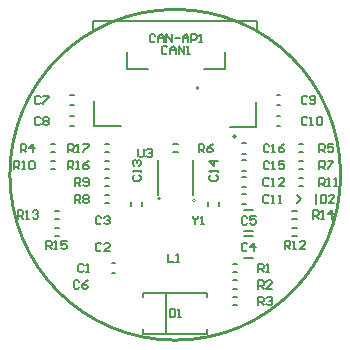
<source format=gto>
G04*
G04 #@! TF.GenerationSoftware,Altium Limited,Altium Designer,21.4.1 (30)*
G04*
G04 Layer_Color=65535*
%FSLAX44Y44*%
%MOMM*%
G71*
G04*
G04 #@! TF.SameCoordinates,0EC16A28-EB20-4FD1-AB31-7886020AAA26*
G04*
G04*
G04 #@! TF.FilePolarity,Positive*
G04*
G01*
G75*
%ADD10C,0.2000*%
%ADD11C,0.0000*%
%ADD12C,0.2540*%
%ADD13C,0.1270*%
%ADD14C,0.1500*%
D10*
X139738Y132510D02*
G03*
X139738Y132510I-1000J0D01*
G01*
X172250Y226000D02*
G03*
X172250Y226000I-1000J0D01*
G01*
X203857Y184930D02*
G03*
X203857Y184930I-1000J0D01*
G01*
X151000Y171500D02*
X155000D01*
X151000Y178500D02*
X155000D01*
X92830Y128500D02*
X96830D01*
X92830Y135500D02*
X96830D01*
X92830Y171500D02*
X96830D01*
X92830Y178500D02*
X96830D01*
X92830Y157167D02*
X96830D01*
X92830Y164166D02*
X96830D01*
X201200Y42220D02*
X205200D01*
X201200Y49220D02*
X205200D01*
X251800Y107500D02*
X255800D01*
X251800Y100500D02*
X255800D01*
X50500Y107500D02*
X54500D01*
X50500Y100500D02*
X54500D01*
X255875Y135625D02*
X259250Y132250D01*
X256000Y129000D02*
X259250Y132250D01*
X272000Y127750D02*
Y136000D01*
X257000Y142833D02*
X261000D01*
X257000Y149833D02*
X261000D01*
X47000Y157167D02*
X51000D01*
X47000Y164167D02*
X51000D01*
X47000Y171500D02*
X51000D01*
X47000Y178500D02*
X51000D01*
X92830Y149833D02*
X96830D01*
X92830Y142833D02*
X96830D01*
X257000Y157167D02*
X261000D01*
X257000Y164167D02*
X261000D01*
X257000Y178500D02*
X261000D01*
X257000Y171500D02*
X261000D01*
X251800Y115000D02*
X255800D01*
X251800Y122000D02*
X255800D01*
X50500Y115000D02*
X54500D01*
X50500Y122000D02*
X54500D01*
X201200Y77160D02*
X205200D01*
X201200Y70160D02*
X205200D01*
X201200Y56190D02*
X205200D01*
X201200Y63190D02*
X205200D01*
X222758Y42164D02*
Y49162D01*
X226257D01*
X227423Y47996D01*
Y45663D01*
X226257Y44497D01*
X222758D01*
X225091D02*
X227423Y42164D01*
X229756Y47996D02*
X230922Y49162D01*
X233255D01*
X234421Y47996D01*
Y46829D01*
X233255Y45663D01*
X232088D01*
X233255D01*
X234421Y44497D01*
Y43330D01*
X233255Y42164D01*
X230922D01*
X229756Y43330D01*
X167335Y117499D02*
Y116333D01*
X169667Y114000D01*
X172000Y116333D01*
Y117499D01*
X169667Y114000D02*
Y110501D01*
X174333D02*
X176665D01*
X175499D01*
Y117499D01*
X174333Y116333D01*
X121168Y174499D02*
Y168667D01*
X122335Y167501D01*
X124667D01*
X125834Y168667D01*
Y174499D01*
X128166Y173333D02*
X129333Y174499D01*
X131665D01*
X132831Y173333D01*
Y172166D01*
X131665Y171000D01*
X130499D01*
X131665D01*
X132831Y169834D01*
Y168667D01*
X131665Y167501D01*
X129333D01*
X128166Y168667D01*
X61838Y171448D02*
Y178446D01*
X65337D01*
X66503Y177279D01*
Y174947D01*
X65337Y173780D01*
X61838D01*
X64171D02*
X66503Y171448D01*
X68836D02*
X71168D01*
X70002D01*
Y178446D01*
X68836Y177279D01*
X74667Y178446D02*
X79332D01*
Y177279D01*
X74667Y172614D01*
Y171448D01*
X61736Y157145D02*
Y164142D01*
X65235D01*
X66401Y162976D01*
Y160644D01*
X65235Y159477D01*
X61736D01*
X64069D02*
X66401Y157145D01*
X68734D02*
X71066D01*
X69900D01*
Y164142D01*
X68734Y162976D01*
X79230Y164142D02*
X76898Y162976D01*
X74565Y160644D01*
Y158311D01*
X75732Y157145D01*
X78064D01*
X79230Y158311D01*
Y159477D01*
X78064Y160644D01*
X74565D01*
X43253Y89501D02*
Y96499D01*
X46752D01*
X47918Y95333D01*
Y93000D01*
X46752Y91834D01*
X43253D01*
X45585D02*
X47918Y89501D01*
X50251D02*
X52583D01*
X51417D01*
Y96499D01*
X50251Y95333D01*
X60747Y96499D02*
X56082D01*
Y93000D01*
X58415Y94166D01*
X59581D01*
X60747Y93000D01*
Y90667D01*
X59581Y89501D01*
X57248D01*
X56082Y90667D01*
X269253Y115501D02*
Y122499D01*
X272752D01*
X273918Y121333D01*
Y119000D01*
X272752Y117834D01*
X269253D01*
X271585D02*
X273918Y115501D01*
X276251D02*
X278583D01*
X277417D01*
Y122499D01*
X276251Y121333D01*
X285581Y115501D02*
Y122499D01*
X282082Y119000D01*
X286747D01*
X19253Y115501D02*
Y122499D01*
X22752D01*
X23918Y121333D01*
Y119000D01*
X22752Y117834D01*
X19253D01*
X21585D02*
X23918Y115501D01*
X26251D02*
X28583D01*
X27417D01*
Y122499D01*
X26251Y121333D01*
X32082D02*
X33248Y122499D01*
X35581D01*
X36747Y121333D01*
Y120166D01*
X35581Y119000D01*
X34415D01*
X35581D01*
X36747Y117834D01*
Y116667D01*
X35581Y115501D01*
X33248D01*
X32082Y116667D01*
X245253Y89501D02*
Y96499D01*
X248752D01*
X249918Y95333D01*
Y93000D01*
X248752Y91834D01*
X245253D01*
X247585D02*
X249918Y89501D01*
X252251D02*
X254583D01*
X253417D01*
Y96499D01*
X252251Y95333D01*
X262747Y89501D02*
X258082D01*
X262747Y94166D01*
Y95333D01*
X261581Y96499D01*
X259248D01*
X258082Y95333D01*
X274419Y142834D02*
Y149832D01*
X277918D01*
X279084Y148666D01*
Y146333D01*
X277918Y145167D01*
X274419D01*
X276752D02*
X279084Y142834D01*
X281417D02*
X283749D01*
X282583D01*
Y149832D01*
X281417Y148666D01*
X287248Y142834D02*
X289581D01*
X288414D01*
Y149832D01*
X287248Y148666D01*
X16018Y157179D02*
Y164176D01*
X19517D01*
X20683Y163010D01*
Y160678D01*
X19517Y159511D01*
X16018D01*
X18351D02*
X20683Y157179D01*
X23016D02*
X25348D01*
X24182D01*
Y164176D01*
X23016Y163010D01*
X28847D02*
X30013Y164176D01*
X32346D01*
X33512Y163010D01*
Y158345D01*
X32346Y157179D01*
X30013D01*
X28847Y158345D01*
Y163010D01*
X67632Y142895D02*
Y149893D01*
X71131D01*
X72297Y148727D01*
Y146394D01*
X71131Y145228D01*
X67632D01*
X69965D02*
X72297Y142895D01*
X74630Y144061D02*
X75796Y142895D01*
X78129D01*
X79295Y144061D01*
Y148727D01*
X78129Y149893D01*
X75796D01*
X74630Y148727D01*
Y147560D01*
X75796Y146394D01*
X79295D01*
X67656Y128608D02*
Y135606D01*
X71155D01*
X72321Y134439D01*
Y132107D01*
X71155Y130941D01*
X67656D01*
X69989D02*
X72321Y128608D01*
X74654Y134439D02*
X75820Y135606D01*
X78153D01*
X79319Y134439D01*
Y133273D01*
X78153Y132107D01*
X79319Y130941D01*
Y129774D01*
X78153Y128608D01*
X75820D01*
X74654Y129774D01*
Y130941D01*
X75820Y132107D01*
X74654Y133273D01*
Y134439D01*
X75820Y132107D02*
X78153D01*
X274622Y157177D02*
Y164174D01*
X278121D01*
X279287Y163008D01*
Y160676D01*
X278121Y159509D01*
X274622D01*
X276955D02*
X279287Y157177D01*
X281620Y164174D02*
X286285D01*
Y163008D01*
X281620Y158343D01*
Y157177D01*
X172466Y171450D02*
Y178448D01*
X175965D01*
X177131Y177281D01*
Y174949D01*
X175965Y173783D01*
X172466D01*
X174799D02*
X177131Y171450D01*
X184129Y178448D02*
X181796Y177281D01*
X179464Y174949D01*
Y172616D01*
X180630Y171450D01*
X182963D01*
X184129Y172616D01*
Y173783D01*
X182963Y174949D01*
X179464D01*
X274622Y171496D02*
Y178494D01*
X278121D01*
X279287Y177327D01*
Y174995D01*
X278121Y173829D01*
X274622D01*
X276955D02*
X279287Y171496D01*
X286285Y178494D02*
X281620D01*
Y174995D01*
X283952Y176161D01*
X285119D01*
X286285Y174995D01*
Y172662D01*
X285119Y171496D01*
X282786D01*
X281620Y172662D01*
X21860Y171498D02*
Y178496D01*
X25359D01*
X26525Y177329D01*
Y174997D01*
X25359Y173831D01*
X21860D01*
X24193D02*
X26525Y171498D01*
X32357D02*
Y178496D01*
X28858Y174997D01*
X33523D01*
X222758Y56134D02*
Y63132D01*
X226257D01*
X227423Y61965D01*
Y59633D01*
X226257Y58467D01*
X222758D01*
X225091D02*
X227423Y56134D01*
X234421D02*
X229756D01*
X234421Y60799D01*
Y61965D01*
X233255Y63132D01*
X230922D01*
X229756Y61965D01*
X222758Y70104D02*
Y77102D01*
X226257D01*
X227423Y75936D01*
Y73603D01*
X226257Y72437D01*
X222758D01*
X225091D02*
X227423Y70104D01*
X229756D02*
X232088D01*
X230922D01*
Y77102D01*
X229756Y75936D01*
X146558Y85802D02*
Y78804D01*
X151223D01*
X153556D02*
X155888D01*
X154722D01*
Y85802D01*
X153556Y84635D01*
X275668Y135749D02*
Y128751D01*
X279167D01*
X280334Y129917D01*
Y134583D01*
X279167Y135749D01*
X275668D01*
X287331Y128751D02*
X282666D01*
X287331Y133416D01*
Y134583D01*
X286165Y135749D01*
X283832D01*
X282666Y134583D01*
X147828Y38812D02*
Y31814D01*
X151327D01*
X152493Y32980D01*
Y37645D01*
X151327Y38812D01*
X147828D01*
X154826Y31814D02*
X157158D01*
X155992D01*
Y38812D01*
X154826Y37645D01*
X135729Y270449D02*
X134563Y271616D01*
X132230D01*
X131064Y270449D01*
Y265784D01*
X132230Y264618D01*
X134563D01*
X135729Y265784D01*
X138062Y264618D02*
Y269283D01*
X140394Y271616D01*
X142727Y269283D01*
Y264618D01*
Y268117D01*
X138062D01*
X145059Y264618D02*
Y271616D01*
X149725Y264618D01*
Y271616D01*
X152057Y268117D02*
X156722D01*
X159055Y264618D02*
Y269283D01*
X161388Y271616D01*
X163720Y269283D01*
Y264618D01*
Y268117D01*
X159055D01*
X166053Y264618D02*
Y271616D01*
X169552D01*
X170718Y270449D01*
Y268117D01*
X169552Y266951D01*
X166053D01*
X173050Y264618D02*
X175383D01*
X174217D01*
Y271616D01*
X173050Y270449D01*
X146002Y260333D02*
X144836Y261499D01*
X142503D01*
X141337Y260333D01*
Y255667D01*
X142503Y254501D01*
X144836D01*
X146002Y255667D01*
X148335Y254501D02*
Y259166D01*
X150667Y261499D01*
X153000Y259166D01*
Y254501D01*
Y258000D01*
X148335D01*
X155333Y254501D02*
Y261499D01*
X159998Y254501D01*
Y261499D01*
X162330Y254501D02*
X164663D01*
X163497D01*
Y261499D01*
X162330Y260333D01*
X231995Y177263D02*
X230829Y178430D01*
X228496D01*
X227330Y177263D01*
Y172598D01*
X228496Y171432D01*
X230829D01*
X231995Y172598D01*
X234328Y171432D02*
X236660D01*
X235494D01*
Y178430D01*
X234328Y177263D01*
X244824Y178430D02*
X242492Y177263D01*
X240159Y174931D01*
Y172598D01*
X241325Y171432D01*
X243658D01*
X244824Y172598D01*
Y173764D01*
X243658Y174931D01*
X240159D01*
X231979Y162944D02*
X230813Y164110D01*
X228480D01*
X227314Y162944D01*
Y158279D01*
X228480Y157113D01*
X230813D01*
X231979Y158279D01*
X234312Y157113D02*
X236644D01*
X235478D01*
Y164110D01*
X234312Y162944D01*
X244808Y164110D02*
X240143D01*
Y160611D01*
X242476Y161778D01*
X243642D01*
X244808Y160611D01*
Y158279D01*
X243642Y157113D01*
X241310D01*
X240143Y158279D01*
X182637Y152239D02*
X181470Y151073D01*
Y148740D01*
X182637Y147574D01*
X187302D01*
X188468Y148740D01*
Y151073D01*
X187302Y152239D01*
X188468Y154572D02*
Y156904D01*
Y155738D01*
X181470D01*
X182637Y154572D01*
X188468Y163902D02*
X181470D01*
X184969Y160403D01*
Y165068D01*
X117612Y152239D02*
X116446Y151073D01*
Y148740D01*
X117612Y147574D01*
X122278D01*
X123444Y148740D01*
Y151073D01*
X122278Y152239D01*
X123444Y154572D02*
Y156904D01*
Y155738D01*
X116446D01*
X117612Y154572D01*
Y160403D02*
X116446Y161569D01*
Y163902D01*
X117612Y165068D01*
X118779D01*
X119945Y163902D01*
Y162736D01*
Y163902D01*
X121111Y165068D01*
X122278D01*
X123444Y163902D01*
Y161569D01*
X122278Y160403D01*
X231901Y148643D02*
X230735Y149809D01*
X228402D01*
X227236Y148643D01*
Y143978D01*
X228402Y142811D01*
X230735D01*
X231901Y143978D01*
X234234Y142811D02*
X236566D01*
X235400D01*
Y149809D01*
X234234Y148643D01*
X244730Y142811D02*
X240065D01*
X244730Y147477D01*
Y148643D01*
X243564Y149809D01*
X241231D01*
X240065Y148643D01*
X231917Y134388D02*
X230751Y135554D01*
X228418D01*
X227252Y134388D01*
Y129722D01*
X228418Y128556D01*
X230751D01*
X231917Y129722D01*
X234250Y128556D02*
X236582D01*
X235416D01*
Y135554D01*
X234250Y134388D01*
X240081Y128556D02*
X242414D01*
X241248D01*
Y135554D01*
X240081Y134388D01*
X264221Y200364D02*
X263055Y201530D01*
X260722D01*
X259556Y200364D01*
Y195698D01*
X260722Y194532D01*
X263055D01*
X264221Y195698D01*
X266554Y194532D02*
X268886D01*
X267720D01*
Y201530D01*
X266554Y200364D01*
X272385D02*
X273552Y201530D01*
X275884D01*
X277050Y200364D01*
Y195698D01*
X275884Y194532D01*
X273552D01*
X272385Y195698D01*
Y200364D01*
X264221Y218398D02*
X263055Y219564D01*
X260722D01*
X259556Y218398D01*
Y213732D01*
X260722Y212566D01*
X263055D01*
X264221Y213732D01*
X266554D02*
X267720Y212566D01*
X270053D01*
X271219Y213732D01*
Y218398D01*
X270053Y219564D01*
X267720D01*
X266554Y218398D01*
Y217231D01*
X267720Y216065D01*
X271219D01*
X38525Y200283D02*
X37359Y201450D01*
X35026D01*
X33860Y200283D01*
Y195618D01*
X35026Y194452D01*
X37359D01*
X38525Y195618D01*
X40858Y200283D02*
X42024Y201450D01*
X44357D01*
X45523Y200283D01*
Y199117D01*
X44357Y197951D01*
X45523Y196784D01*
Y195618D01*
X44357Y194452D01*
X42024D01*
X40858Y195618D01*
Y196784D01*
X42024Y197951D01*
X40858Y199117D01*
Y200283D01*
X42024Y197951D02*
X44357D01*
X38525Y218221D02*
X37359Y219388D01*
X35026D01*
X33860Y218221D01*
Y213556D01*
X35026Y212390D01*
X37359D01*
X38525Y213556D01*
X40858Y219388D02*
X45523D01*
Y218221D01*
X40858Y213556D01*
Y212390D01*
X71467Y61965D02*
X70301Y63132D01*
X67968D01*
X66802Y61965D01*
Y57300D01*
X67968Y56134D01*
X70301D01*
X71467Y57300D01*
X78465Y63132D02*
X76132Y61965D01*
X73800Y59633D01*
Y57300D01*
X74966Y56134D01*
X77299D01*
X78465Y57300D01*
Y58467D01*
X77299Y59633D01*
X73800D01*
X213695Y116267D02*
X212529Y117434D01*
X210196D01*
X209030Y116267D01*
Y111602D01*
X210196Y110436D01*
X212529D01*
X213695Y111602D01*
X220693Y117434D02*
X216028D01*
Y113935D01*
X218360Y115101D01*
X219527D01*
X220693Y113935D01*
Y111602D01*
X219527Y110436D01*
X217194D01*
X216028Y111602D01*
X213695Y93661D02*
X212529Y94828D01*
X210196D01*
X209030Y93661D01*
Y88996D01*
X210196Y87830D01*
X212529D01*
X213695Y88996D01*
X219527Y87830D02*
Y94828D01*
X216028Y91329D01*
X220693D01*
X90025Y116321D02*
X88859Y117488D01*
X86526D01*
X85360Y116321D01*
Y111656D01*
X86526Y110490D01*
X88859D01*
X90025Y111656D01*
X92358Y116321D02*
X93524Y117488D01*
X95857D01*
X97023Y116321D01*
Y115155D01*
X95857Y113989D01*
X94690D01*
X95857D01*
X97023Y112823D01*
Y111656D01*
X95857Y110490D01*
X93524D01*
X92358Y111656D01*
X90025Y93715D02*
X88859Y94882D01*
X86526D01*
X85360Y93715D01*
Y89050D01*
X86526Y87884D01*
X88859D01*
X90025Y89050D01*
X97023Y87884D02*
X92358D01*
X97023Y92549D01*
Y93715D01*
X95857Y94882D01*
X93524D01*
X92358Y93715D01*
X75023Y75936D02*
X73857Y77102D01*
X71524D01*
X70358Y75936D01*
Y71270D01*
X71524Y70104D01*
X73857D01*
X75023Y71270D01*
X77356Y70104D02*
X79688D01*
X78522D01*
Y77102D01*
X77356Y75936D01*
D11*
X169676Y130460D02*
G03*
X169676Y130460I-1270J0D01*
G01*
D12*
X292540Y152540D02*
G03*
X292540Y152540I-140000J0D01*
G01*
D13*
X238500Y220500D02*
X241500D01*
X238500Y211500D02*
X241500D01*
X238500Y202500D02*
X241500D01*
X238500Y193500D02*
X241500D01*
X63500Y220500D02*
X66500D01*
X63500Y211500D02*
X66500D01*
X63500Y202500D02*
X66500D01*
X63500Y193500D02*
X66500D01*
X124500Y126500D02*
Y129500D01*
X115500Y126500D02*
Y129500D01*
X189500Y126500D02*
Y129500D01*
X180499Y126500D02*
Y129500D01*
X98830Y78160D02*
X101830D01*
X98830Y69160D02*
X101830D01*
X209200Y127500D02*
X212200D01*
X209200Y136500D02*
X212200D01*
X209200Y141833D02*
X212200D01*
X209200Y150833D02*
X212200D01*
X209200Y165166D02*
X212200D01*
X209200Y156167D02*
X212200D01*
X209200Y179500D02*
X212200D01*
X209200Y170500D02*
X212200D01*
X137708Y135290D02*
Y165290D01*
X167708Y135290D02*
Y165290D01*
X194500Y242500D02*
Y256700D01*
X176850Y242500D02*
X194500D01*
X112000D02*
Y256800D01*
Y242500D02*
X129650D01*
X122750Y283000D02*
X183650D01*
X83358Y282930D02*
X221857D01*
X82857Y273430D02*
Y282430D01*
X83358Y282930D01*
X221857Y273430D02*
Y282930D01*
X198858Y193430D02*
X221357D01*
Y214430D01*
X83858Y193930D02*
X106357D01*
X83858D02*
Y214930D01*
X211190Y122900D02*
X218390D01*
X211190Y104900D02*
X218390D01*
X211190Y100400D02*
X218390D01*
X211190Y82400D02*
X218390D01*
D14*
X145040Y17870D02*
X179540D01*
X143540D02*
X145040D01*
X125540D02*
X142040D01*
X125540Y52870D02*
X142040D01*
X143540D01*
X145040D02*
X179540D01*
X145040Y17870D02*
Y52870D01*
X143540D02*
X145040D01*
X142040Y17870D02*
X143540D01*
X179540Y48870D02*
Y52870D01*
X125540Y48870D02*
Y52870D01*
Y17870D02*
Y21870D01*
X179540Y17870D02*
Y21870D01*
M02*

</source>
